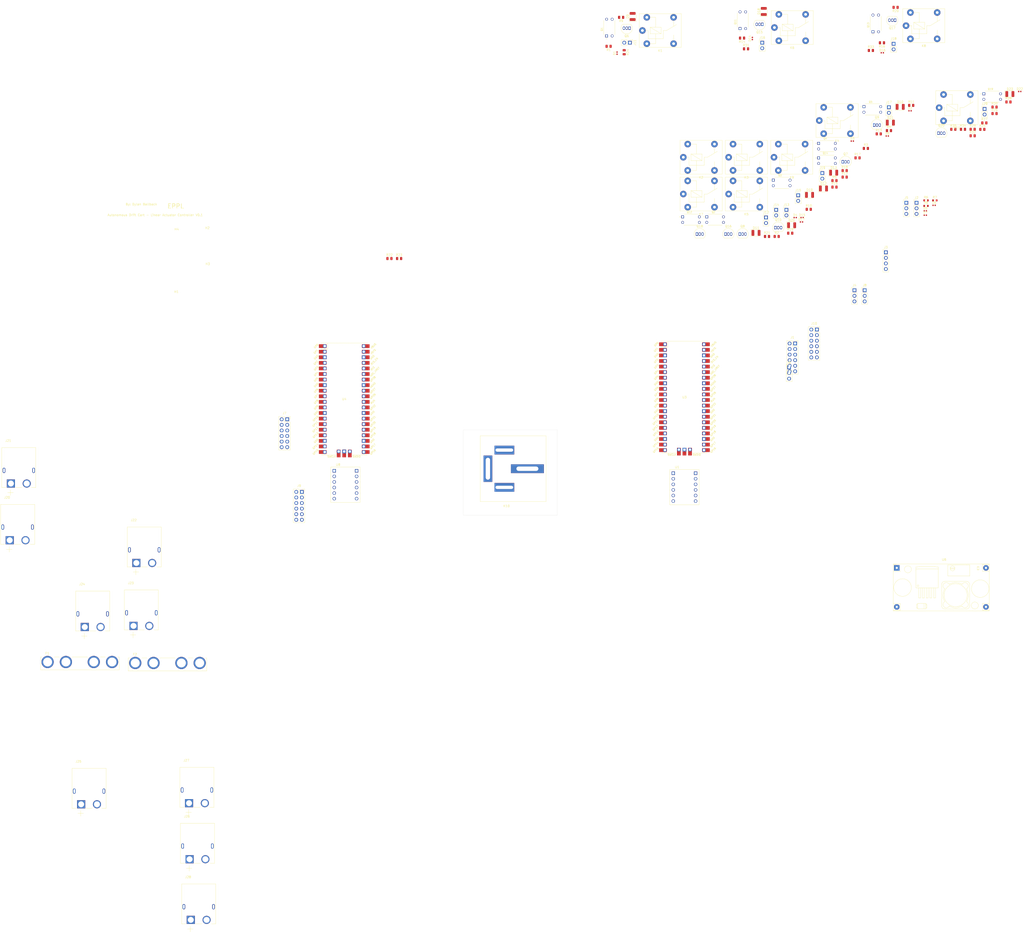
<source format=kicad_pcb>
(kicad_pcb (version 20211014) (generator pcbnew)
  (layers (0 "F.Cu" signal) (31 "B.Cu" signal) (34 "B.Paste" user) (35 "F.Paste" user) (36 "B.SilkS" user "B.Silkscreen") (37 "F.SilkS" user "F.Silkscreen") (38 "B.Mask" user) (39 "F.Mask" user) (44 "Edge.Cuts" user))
  (net 0 "")
  (net 1 "+5V")
  (net 2 "GND")
  (net 3 "/RC_Auto{slash}RC_RelaySig")
  (net 4 "Net-(D8-Pad2)")
  (net 5 "+12V")
  (net 6 "Net-(D9-Pad1)")
  (net 7 "Net-(D9-Pad2)")
  (net 8 "Net-(D1-Pad2)")
  (net 9 "Net-(D10-Pad1)")
  (net 10 "Net-(D2-Pad2)")
  (net 11 "Net-(D10-Pad2)")
  (net 12 "Net-(D3-Pad2)")
  (net 13 "Net-(D11-Pad1)")
  (net 14 "Net-(D4-Pad2)")
  (net 15 "Net-(D5-Pad2)")
  (net 16 "Net-(D6-Pad2)")
  (net 17 "Net-(D7-Pad2)")
  (net 18 "Net-(D11-Pad2)")
  (net 19 "Net-(D12-Pad1)")
  (net 20 "/RXD")
  (net 21 "/TXD")
  (net 22 "Net-(D12-Pad2)")
  (net 23 "Net-(D13-Pad1)")
  (net 24 "Net-(D13-Pad2)")
  (net 25 "/RC_EStopRelaySig")
  (net 26 "/LED")
  (net 27 "Net-(D14-Pad2)")
  (net 28 "Net-(D15-Pad2)")
  (net 29 "Net-(Q1-Pad1)")
  (net 30 "Net-(Q1-Pad3)")
  (net 31 "Net-(Q2-Pad1)")
  (net 32 "Net-(Q2-Pad3)")
  (net 33 "/RC_WaterCannonSig")
  (net 34 "Net-(D16-Pad2)")
  (net 35 "Net-(D17-Pad2)")
  (net 36 "Net-(D18-Pad1)")
  (net 37 "Net-(D18-Pad2)")
  (net 38 "Net-(D19-Pad1)")
  (net 39 "Net-(D19-Pad2)")
  (net 40 "Net-(D20-Pad1)")
  (net 41 "Net-(D20-Pad2)")
  (net 42 "Net-(D21-Pad1)")
  (net 43 "Net-(D21-Pad2)")
  (net 44 "+3V3")
  (net 45 "/3.3V_TX")
  (net 46 "/3.3V_RX")
  (net 47 "/3.3V_SCL")
  (net 48 "/3.3V_SDA")
  (net 49 "/5V_Tx")
  (net 50 "/5V_Rx")
  (net 51 "/5V_SCL")
  (net 52 "/5V_SDA")
  (net 53 "/FrontServoOut")
  (net 54 "E-Stop +5V")
  (net 55 "/TurretServoOut1")
  (net 56 "/TurretServoOut2")
  (net 57 "/Auto_3.3V_TX")
  (net 58 "/Auto_3.3V_RX")
  (net 59 "/Auto_3.3V_SCL")
  (net 60 "/Auto_3.3V_SDA")
  (net 61 "/Auto_5V_Tx")
  (net 62 "/Auto_5V_Rx")
  (net 63 "/Auto_5V_SCL")
  (net 64 "/Auto_5V_SDA")
  (net 65 "/BackServoOut")
  (net 66 "/FrontMotorOut")
  (net 67 "/BackMotorOut")
  (net 68 "+24V")
  (net 69 "E-Stopped +24V")
  (net 70 "Water Cannon Relay Signal +12V")
  (net 71 "/3.3V_RC_FrontMotorSig")
  (net 72 "/3.3V_AUTO_FrontMotorSig")
  (net 73 "/3.3V_RC_RearMotorSig")
  (net 74 "/3.3V_AUTO_RearMotorSig")
  (net 75 "/Boat Relays/WaterCannonSignal")
  (net 76 "/Auto_WaterCannonSig")
  (net 78 "E-Stop Relay Signal +24V")
  (net 80 "Net-(Q3-Pad1)")
  (net 81 "Net-(Q3-Pad3)")
  (net 82 "Net-(Q4-Pad1)")
  (net 83 "Net-(Q4-Pad3)")
  (net 84 "Net-(Q5-Pad1)")
  (net 85 "Net-(Q5-Pad3)")
  (net 86 "Net-(Q6-Pad2)")
  (net 87 "Net-(Q7-Pad2)")
  (net 88 "Net-(Q8-Pad2)")
  (net 89 "Net-(Q9-Pad2)")
  (net 90 "Net-(Q10-Pad2)")
  (net 91 "Net-(Q11-Pad1)")
  (net 92 "Net-(Q11-Pad3)")
  (net 93 "Net-(Q12-Pad1)")
  (net 94 "Net-(Q12-Pad3)")
  (net 95 "Net-(Q13-Pad1)")
  (net 96 "Net-(Q13-Pad3)")
  (net 97 "Net-(Q14-Pad1)")
  (net 98 "Net-(Q14-Pad3)")
  (net 99 "Net-(Q15-Pad2)")
  (net 100 "Net-(Q16-Pad2)")
  (net 101 "Net-(Q17-Pad2)")
  (net 102 "Net-(Q18-Pad2)")
  (net 103 "/Battery_Voltage_ADC")
  (net 104 "/3.3V_RC_FrontServoSig")
  (net 105 "/3.3V_RC_BackServoSig")
  (net 106 "/3.3V_RC_WCServo1Sig")
  (net 107 "/3.3V_RC_WCServo2Sig")
  (net 131 "/3.3V_AUTO_WCServo1Sig")
  (net 132 "/3.3V_AUTO_WCServo2Sig")
  (net 139 "/3.3V_AUTO_FrontServoSig")
  (net 140 "/3.3V_AUTO_BackServoSig")
  (net 154 "Net-(F1-Pad1_1)")
  (net 155 "Net-(F2-Pad1_1)")
  (net 156 "Net-(D22-Pad2)")
  (net 157 "Net-(D23-Pad1)")
  (net 158 "Net-(D23-Pad2)")
  (net 160 "Net-(Q19-Pad1)")
  (net 161 "Net-(Q19-Pad3)")
  (net 162 "Net-(Q20-Pad2)")
  (footprint "Connector_PinHeader_2.54mm:PinHeader_1x02_P2.54mm_Vertical" (layer "F.Cu") (at 256.405 -18.61)
    (fp_text reference "J13")
    (fp_text value "~")
  )
  (footprint "dylan:DIP762W50P254L650H458Q4B" (layer "F.Cu") (at 350.15 -70.23)
    (fp_text reference "Q19")
    (fp_text value "~")
  )
  (footprint "dylan:DIP762W50P254L650H458Q4B" (layer "F.Cu") (at 212.94 -14.13)
    (fp_text reference "Q12")
    (fp_text value "~")
  )
  (footprint "Diode_SMD:D_1210_3225Metric" (layer "F.Cu") (at 258.785 -11.59)
    (fp_text reference "D20")
    (fp_text value "~")
  )
  (footprint "LED_SMD:LED_0402_1005Metric" (layer "F.Cu") (at 300.115 -90.2)
    (fp_text reference "D16")
    (fp_text value "LED2")
  )
  (footprint "Connector_PinSocket_2.54mm:PinSocket_2x06_P2.54mm_Vertical" (layer "F.Cu") (at 270.285 35.96)
    (fp_text reference "J10")
    (fp_text value "BackMotorOutput")
  )
  (footprint "LED_SMD:LED_0402_1005Metric" (layer "F.Cu") (at 302.37 -52.26)
    (fp_text reference "D8")
    (fp_text value "LED2")
  )
  (footprint "Connector_PinSocket_2.54mm:PinSocket_2x06_P2.54mm_Vertical" (layer "F.Cu") (at 28.99 76.875)
    (fp_text reference "J7")
    (fp_text value "Auto_PICO_Power/Coms")
  )
  (footprint "Relay_THT:Relay_SPDT_Finder_36.11" (layer "F.Cu") (at 250.735 -42.57)
    (fp_text reference "K9")
    (fp_text value "~")
  )
  (footprint "Connector_PinHeader_2.54mm:PinHeader_1x02_P2.54mm_Vertical" (layer "F.Cu") (at 346.695 -64.59)
    (fp_text reference "J29")
    (fp_text value "~")
  )
  (footprint "LED_SMD:LED_0402_1005Metric" (layer "F.Cu") (at 362.7 -72.55)
    (fp_text reference "D22")
    (fp_text value "LED2")
  )
  (footprint "Resistor_SMD:R_0805_2012Metric" (layer "F.Cu") (at 181.1 -106.35 180)
    (fp_text reference "R9")
    (fp_text value "1K")
  )
  (footprint "dylan:AMASS_XT60PW-M" (layer "F.Cu") (at -93.85 126)
    (fp_text reference "J20")
    (fp_text value "24V IN")
  )
  (footprint "Connector_PinHeader_2.54mm:PinHeader_1x02_P2.54mm_Vertical" (layer "F.Cu") (at 251.755 -18.61)
    (fp_text reference "J14")
    (fp_text value "~")
  )
  (footprint "Resistor_SMD:R_0603_1608Metric" (layer "F.Cu") (at 320.015 -22.91)
    (fp_text reference "R6")
    (fp_text value "300")
  )
  (footprint "LED_SMD:LED_0402_1005Metric" (layer "F.Cu") (at 319.7 -18.15)
    (fp_text reference "D5")
    (fp_text value "LED")
  )
  (footprint "dylan:DIP762W50P254L650H458Q4B" (layer "F.Cu") (at 295.54 -64.38)
    (fp_text reference "Q5")
    (fp_text value "~")
  )
  (footprint "LED_SMD:LED_0402_1005Metric" (layer "F.Cu") (at 323.71 -20.66)
    (fp_text reference "D6")
    (fp_text value "LED")
  )
  (footprint "dylan:DIP762W50P254L650H458Q4B" (layer "F.Cu") (at 223.93 -14.13)
    (fp_text reference "Q2")
    (fp_text value "~")
  )
  (footprint "dylan:FUSE_3555-2" (layer "F.Cu") (at -65.5 187.505)
    (fp_text reference "F1")
    (fp_text value "3555-2")
  )
  (footprint "dylan:RPi_Pico_SMD_TH" (layer "F.Cu") (at 54.95 67.655)
    (fp_text reference "U4")
    (fp_text value "Autonomous Pico")
  )
  (footprint "Package_TO_SOT_THT:TO-92_Inline" (layer "F.Cu") (at 215.655 -7.56)
    (fp_text reference "Q18")
    (fp_text value "~")
  )
  (footprint "dylan:DCDC_StepDown_LM2596" (layer "F.Cu") (at 306.68 144.61)
    (fp_text reference "U6")
    (fp_text value "12V TO 5V LM2596 (3A)")
  )
  (footprint "dylan:AMASS_XT60PW-M" (layer "F.Cu") (at -11.9 271.4)
    (fp_text reference "J26")
    (fp_text value "12V OUT Xavier")
  )
  (footprint "Diode_SMD:D_1210_3225Metric" (layer "F.Cu") (at 303.765 -58.35)
    (fp_text reference "D21")
    (fp_text value "~")
  )
  (footprint "Relay_THT:Relay_SPDT_Finder_36.11" (layer "F.Cu") (at 310.9 -102.55)
    (fp_text reference "K8")
    (fp_text value "~")
  )
  (footprint "LED_SMD:LED_0402_1005Metric" (layer "F.Cu") (at 260.42 -15.08)
    (fp_text reference "D4")
    (fp_text value "LED2")
  )
  (footprint "Connector_PinHeader_2.54mm:PinHeader_1x02_P2.54mm_Vertical" (layer "F.Cu") (at 185.075 -94.8 -90)
    (fp_text reference "J11")
    (fp_text value "~")
  )
  (footprint "Connector_PinSocket_2.54mm:PinSocket_2x06_P2.54mm_Vertical" (layer "F.Cu") (at 35.65 109.97)
    (fp_text reference "J9")
    (fp_text value "FrontMotorOutput")
  )
  (footprint "Resistor_SMD:R_0805_2012Metric" (layer "F.Cu") (at 341.255 -55.32)
    (fp_text reference "R29")
    (fp_text value "100K")
  )
  (footprint "LED_SMD:LED_0402_1005Metric" (layer "F.Cu") (at 263.56 -15.08)
    (fp_text reference "D15")
    (fp_text value "LED2")
  )
  (footprint "Connector_PinHeader_2.54mm:PinHeader_1x03_P2.54mm_Vertical" (layer "F.Cu") (at 292.055 18.06)
    (fp_text reference "J8")
    (fp_text value "BackServoOutput")
  )
  (footprint "Resistor_SMD:R_0805_2012Metric" (layer "F.Cu") (at 346.575 -58.24)
    (fp_text reference "R27")
    (fp_text value "100K")
  )
  (footprint "dylan:AMASS_XT60PW-M" (layer "F.Cu") (at -93.3 100.15)
    (fp_text reference "J21")
    (fp_text value "24V IN")
  )
  (footprint "dylan:AMASS_XT60PW-M" (layer "F.Cu") (at -59.65 165.55)
    (fp_text reference "J24")
    (fp_text value "24V Out To DC-DC Converter ")
  )
  (footprint "Connector_PinHeader_2.54mm:PinHeader_1x02_P2.54mm_Vertical" (layer "F.Cu") (at 303.075 -65.37)
    (fp_text reference "J17")
    (fp_text value "~")
  )
  (footprint "LED_SMD:LED_0402_1005Metric" (layer "F.Cu") (at 240.9 -96.7175 90)
    (fp_text reference "D14")
    (fp_text value "LED2")
  )
  (footprint "dylan:AMASS_XT60PW-M" (layer "F.Cu") (at -36.15 136.36575)
    (fp_text reference "J22")
    (fp_text value "24V Out")
  )
  (footprint "Resistor_SMD:R_0805_2012Metric" (layer "F.Cu") (at 351.225 -62.49)
    (fp_text reference "R26")
    (fp_text value "100K")
  )
  (footprint "Package_TO_SOT_THT:TO-92_Inline" (layer "F.Cu") (at 184.92 -101.41 180)
    (fp_text reference "Q6")
    (fp_text value "~")
  )
  (footprint "Package_TO_SOT_THT:TO-92_Inline" (layer "F.Cu") (at 296.395 -57.24)
    (fp_text reference "Q9")
    (fp_text value "~")
  )
  (footprint "Resistor_SMD:R_0805_2012Metric" (layer "F.Cu") (at 236.2 -96.9 180)
    (fp_text reference "R14")
    (fp_text value "1K")
  )
  (footprint "dylan:DIP762W50P254L650H458Q4B" (layer "F.Cu") (at 175.75 -101.6825 90)
    (fp_text reference "Q1")
    (fp_text value "~")
  )
  (footprint "Connector_PinHeader_2.54mm:PinHeader_1x02_P2.54mm_Vertical" (layer "F.Cu") (at 247.105 -15.12)
    (fp_text reference "J12")
    (fp_text value "~")
  )
  (footprint "Resistor_SMD:R_0805_2012Metric" (layer "F.Cu") (at 247.565 -6.47)
    (fp_text reference "R21")
    (fp_text value "1K")
  )
  (footprint "Connector_PinHeader_2.54mm:PinHeader_1x02_P2.54mm_Vertical" (layer "F.Cu") (at 245.4 -94.8)
    (fp_text reference "J16")
    (fp_text value "~")
  )
  (footprint "dylan:JD2912-1H-24VDC 80A 28VDC" (layer "F.Cu") (at 116.9 114.4)
    (fp_text reference "K10")
    (fp_text value "24V 80A E-Stop Relay")
  )
  (footprint "Resistor_SMD:R_0805_2012Metric" (layer "F.Cu") (at 282.945 -33.53)
    (fp_text reference "R12")
    (fp_text value "1K")
  )
  (footprint "Resistor_SMD:R_0805_2012Metric" (layer "F.Cu") (at 175.4 -93.15 180)
    (fp_text reference "R1")
    (fp_text value "1K")
  )
  (footprint "Resistor_SMD:R_0805_2012Metric" (layer "F.Cu") (at 298.475 -53.23)
    (fp_text reference "R13")
    (fp_text value "1K")
  )
  (footprint "Relay_THT:Relay_SPDT_Finder_36.11" (layer "F.Cu") (at 230.085 -25.82)
    (fp_text reference "K5")
    (fp_text value "~")
  )
  (footprint "Diode_SMD:D_1210_3225Metric" (layer "F.Cu") (at 266.945 -25.42)
    (fp_text reference "D19")
    (fp_text value "~")
  )
  (footprint "Resistor_SMD:R_0805_2012Metric" (layer "F.Cu") (at 282.945 -36.48)
    (fp_text reference "R18")
    (fp_text value "1K")
  )
  (footprint "Resistor_SMD:R_0805_2012Metric" (layer "F.Cu") (at 357.565 -67.78)
    (fp_text reference "R28")
    (fp_text value "100K")
  )
  (footprint "Resistor_SMD:R_0805_2012Metric" (layer "F.Cu") (at 258.145 -7.97)
    (fp_text reference "R19")
    (fp_text value "1K")
  )
  (footprint "Relay_THT:Relay_SPDT_Finder_36.11" (layer "F.Cu") (at 209.435 -42.57)
    (fp_text reference "K2")
    (fp_text value "~")
  )
  (footprint "Resistor_SMD:R_0603_1608Metric" (layer "F.Cu") (at 324.025 -22.91)
    (fp_text reference "R7")
    (fp_text value "300")
  )
  (footprint "Diode_SMD:D_1210_3225Metric" (layer "F.Cu") (at 273.285 -28.34)
    (fp_text reference "D12")
    (fp_text value "~")
  )
  (footprint "dylan:CONV_BOB-12009" (layer "F.Cu") (at 209.95 107.8)
    (fp_text reference "U1")
    (fp_text value "Level Shifter")
  )
  (footprint "Package_TO_SOT_THT:TO-92_Inline" (layer "F.Cu") (at 251.415 -10.48)
    (fp_text reference "Q10")
    (fp_text value "~")
  )
  (footprint "Resistor_SMD:R_0805_2012Metric" (layer "F.Cu") (at 266.585 -18.85)
    (fp_text reference "R10")
    (fp_text value "1K")
  )
  (footprint "LED_SMD:LED_0402_1005Metric" (layer "F.Cu") (at 286.44 -49.95)
    (fp_text reference "D3")
    (fp_text value "LED2")
  )
  (footprint "Diode_SMD:D_1210_3225Metric" (layer "F.Cu") (at 246.1 -109.05 90)
    (fp_text reference "D18")
    (fp_text value "~")
  )
  (footprint "Relay_THT:Relay_SPDT_Finder_36.11" (layer "F.Cu") (at 190.8 -100.35)
    (fp_text reference "K1")
    (fp_text value "~")
  )
  (footprint "Resistor_SMD:R_0805_2012Metric" (layer "F.Cu") (at 336.845 -55.32)
    (fp_text reference "R34")
    (fp_text value "1K")
  )
  (footprint "Relay_THT:Relay_SPDT_Finder_36.11" (layer "F.Cu") (at 209.435 -25.82)
    (fp_text reference "K7")
    (fp_text value "~")
  )
  (footprint "MountingHole:MountingHole_5.3mm_M5" (layer "F.Cu") (at -7.4 -4.05)
    (fp_text reference "H2")
    (fp_text value "MountingHole")
  )
  (footprint "Connector_PinHeader_2.54mm:PinHeader_1x03_P2.54mm_Vertical" (layer "F.Cu") (at 315.685 -21.84)
    (fp_text reference "J2")
    (fp_text value "FrontServoOutput")
  )
  (footprint "Resistor_SMD:R_0805_2012Metric" (layer "F.Cu") (at 288.815 -42.31)
    (fp_text reference "R17")
    (fp_text value "1K")
  )
  (footprint "dylan:RPi_Pico_SMD_TH" (layer "F.Cu") (at 209.95 66.805)
    (fp_text reference "U3")
    (fp_text value "RC Pico")
  )
  (footprint "Resistor_SMD:R_0603_1608Metric" (layer "F.Cu") (at 320.015 -20.4)
    (fp_text reference "R8")
    (fp_text value "300")
  )
  (footprint "Connector_PinHeader_2.54mm:PinHeader_1x03_P2.54mm_Vertical" (layer "F.Cu") (at 257.645 53.26)
    (fp_text reference "J6")
    (fp_text value "TurretServoOutput_2")
  )
  (footprint "MountingHole:MountingHole_5.3mm_M5" (layer "F.Cu") (at -21.4 -3.45)
    (fp_text reference "H4")
    (fp_text value "MountingHole")
  )
  (footprint "Resistor_SMD:R_0805_2012Metric" (layer "F.Cu") (at 299.9375 -94.75 180)
    (fp_text reference "R16")
    (fp_text value "1K")
  )
  (footprint "Connector_PinHeader_2.54mm:PinHeader_1x02_P2.54mm_Vertical" (layer "F.Cu") (at 305.25 -94.3)
    (fp_text reference "J18")
    (fp_text value "~")
  )
  (footprint "Relay_THT:Relay_SPDT_Finder_36.11" (layer "F.Cu") (at 230.085 -42.57)
    (fp_text reference "K3")
    (fp_text value "~")
  )
  (footprint "Connector_PinHeader_2.54mm:PinHeader_1x04_P2.54mm_Vertical" (layer "F.Cu") (at 301.705 0.76)
    (fp_text reference "J3")
    (fp_text value "RC Reciever ")
  )
  (footprint "Diode_SMD:D_1210_3225Metric" (layer "F.Cu") (at 308.245 -65.55)
    (fp_text reference "D10")
    (fp_text value "~")
  )
  (footprint "Diode_SMD:D_1210_3225Metric" (layer "F.Cu") (at 277.935 -35.54)
    (fp_text reference "D13")
    (fp_text value "~")
  )
  (footprint "Connector_PinHeader_2.54mm:PinHeader_1x03_P2.54mm_Vertical" (layer "F.Cu") (at 287.405 18.06)
    (fp_text reference "J4")
    (fp_text value "TurretServoOutput_1")
  )
  (footprint "Resistor_SMD:R_0805_2012Metric" (layer "F.Cu") (at 294.8875 -91.25)
    (fp_text reference "R33")
    (fp_text value "100K")
  )
  (footprint "dylan:AMASS_XT60PW-M" (layer "F.Cu") (at -37.45 165.05)
    (fp_text reference "J23")
    (fp_text value "24V Out")
  )
  (footprint "LED_SMD:LED_0402_1005Metric" (layer "F.Cu") (at 319.7 -16.16)
    (fp_text reference "D7")
    (fp_text value "LED")
  )
  (footprint "Resistor_SMD:R_0805_2012Metric" (layer "F.Cu") (at 278.295 -28.97)
    (fp_text reference "R15")
    (fp_text value "1K")
  )
  (footprint "Resistor_SMD:R_0805_2012Metric" (layer "F.Cu") (at 306.15 -110.9 180)
    (fp_text reference "R20")
    (fp_text value "1K")
  )
  (footprint "Package_TO_SOT_THT:TO-92_Inline" (layer "F.Cu") (at 282.085 -40.49)
    (fp_text reference "Q7")
    (fp_text value "~")
  )
  (footprint "Resistor_SMD:R_0805_2012Metric" (layer "F.Cu") (at 313.255 -66.22)
    (fp_text reference "R11")
    (fp_text value "1K")
  )
  (footprint "MountingHole:MountingHole_5.3mm_M5" (layer "F.Cu") (at -21.55 12.45 180)
    (fp_text reference "H1")
    (fp_text value "MountingHole")
  )
  (footprint "Diode_SMD:D_1210_3225Metric" (layer "F.Cu") (at 358.205 -71.4)
    (fp_text reference "D23")
    (fp_text value "~")
  )
  (footprint "Connector_PinHeader_2.54mm:PinHeader_1x03_P2.54mm_Vertical" (layer "F.Cu") (at 311.035 -21.84)
    (fp_text reference "J5")
    (fp_text value "LED")
  )
  (footprint "Resistor_SMD:R_0805_2012Metric" (layer "F.Cu") (at 182.5 -90.45 -90)
    (fp_text reference "R24")
    (fp_text value "100K")
  )
  (footprint "Resistor_SMD:R_0805_2012Metric" (layer "F.Cu") (at 79.955 3.59)
    (fp_text reference "R23")
    (fp_text value "15k")
  )
  (footprint "Resistor_SMD:R_0805_2012Metric" (layer "F.Cu") (at 303.125 -54.73)
    (fp_text reference "R4")
    (fp_text value "1K")
  )
  (footprint "Package_TO_SOT_THT:TO-92_Inline" (layer "F.Cu") (at 305.89 -105.05 180)
    (fp_text reference "Q17")
    (fp_text value "~")
  )
  (footprint "Resistor_SMD:R_0805_2012Metric" (layer "F.Cu") (at 278.295 -31.92)
    (fp_text reference "R5")
    (fp_text value "1K")
  )
  (footprint "Resistor_SMD:R_0805_2012Metric" (layer "F.Cu") (at 332.435 -55.32)
    (fp_text reference "R35")
    (fp_text value "1K")
  )
  (footprint "dylan:AMASS_XT60PW-M" (layer "F.Cu") (at -11.35 299.05)
    (fp_text reference "J28")
    (fp_text value "12V OUT WaterPump")
  )
  (footprint "Relay_THT:Relay_SPDT_Finder_36.11" (layer "F.Cu") (at 325.995 -65.17)
    (fp_text reference "K11")
    (fp_text value "~")
  )
  (footprint "Relay_THT:Relay_SPDT_Finder_36.11" (layer "F.Cu") (at 250.95 -101.7)
    (fp_text reference "K6")
    (fp_text value "~")
  )
  (footprint "MountingHole:MountingHole_5.3mm_M5" (layer "F.Cu") (at -7.25 12.35)
    (fp_text reference "H3")
    (fp_text value "MountingHole")
  )
  (footprint "Package_TO_SOT_THT:TO-92_Inline" (layer "F.Cu") (at 325.705 -53.54)
    (fp_text reference "Q20")
    (fp_text value "~")
  )
  (footprint "Resistor_SMD:R_0805_2012Metric" (layer "F.Cu") (at 251.975 -6.47)
    (fp_text reference "R2")
    (fp_text value "1K")
  )
  (footprint "Package_TO_SOT_THT:TO-92_Inline" (layer "F.Cu") (at 245.42 -103.16 180)
    (fp_text reference "Q15")
    (fp_text value "~")
  )
  (footprint "Connector_PinHeader_2.54mm:PinHeader_1x02_P2.54mm_Vertical" (layer "F.Cu") (at 261.775 -25.24)
    (fp_text reference "J15")
    (fp_text value "~")
  )
  (footprint "Diode_SMD:D_1210_3225Metric" (layer "F.Cu") (at 242.555 -8.1)
    (fp_text reference "D11")
    (fp_text value "~")
  )
  (footprint "dylan:DIP762W50P254L650H458Q4B" (layer "F.Cu") (at 254.24 -30.88)
    (fp_text reference "Q3")
    (fp_text value "~")
  )
  (footprint "Diode_SMD:D_1210_3225Metric" (layer "F.Cu") (at 186.35 -106.75 90)
    (fp_text reference "D9")
    (fp_text value "~")
  )
  (footprint "dylan:AMASS_XT60PW-M" (layer "F.Cu") (at -12.15 245.85)
    (fp_text reference "J27")
    (fp_text value "12V OUT Router")
  )
  (footprint "Relay_THT:Relay_SPDT_Finder_36.11" (layer "F.Cu") (at 271.385 -59.32)
    (fp_text reference "K4")
    (fp_text value "~")
  )
  (footprint "LED_SMD:LED_0402_1005Metric" (layer "F.Cu") (at 312.74 -63.75)
    (fp_text reference "D2")
    (fp_text value "LED2")
  )
  (footprint "dylan:DIP762W50P254L650H458Q4B" (layer "F.Cu") (at 274.89 -47.63)
    (fp_text reference "Q4")
    (fp_text value "~")
  )
  (footprint "Connector_PinSocket_2.54mm:PinSocket_2x06_P2.54mm_Vertical" (layer "F.Cu") (at 260.395 42.31)
    (fp_text reference "J1")
    (fp_text value "RC_PICO_Power/Coms")
  )
  (footprint "LED_SMD:LED_0402_1005Metric" (layer "F.Cu") (at 179.25 -90.035 90)
    (fp_text reference "D1")
    (fp_text value "LED2")
  )
  (footprint "LED_SMD:LED_0402_1005Metric" (layer "F.Cu") (at 263.28 -13.09)
    (fp_text reference "D17")
    (fp_text value "LED2")
  )
  (footprint "Resistor_SMD:R_0805_2012Metric" (layer "F.Cu") (at 75.545 3.59)
    (fp_text reference "R22")
    (fp_text value "10k")
  )
  (footprint "Package_TO_SOT_THT:TO-92_Inline" (layer "F.Cu") (at 235.185 -7.56)
    (fp_text reference "Q8")
    (fp_text value "~")
  )
  (footprint "Resistor_SMD:R_0805_2012Metric" (layer "F.Cu") (at 345.665 -55.29)
    (fp_text reference "R25")
    (fp_text value "100K")
  )
  (footprint "Resistor_SMD:R_0805_2012Metric" (layer "F.Cu") (at 238.0125 -92)
    (fp_text reference "R31")
    (fp_text value "100K")
  )
  (footprint "dylan:AMASS_XT60PW-M" (layer "F.Cu") (at -61.3 246.36575)
    (fp_text reference "J25")
    (fp_text value "12V IN")
  )
  (footprint "Connector_PinHeader_2.54mm:PinHeader_1x02_P2.54mm_Vertical" (layer "F.Cu") (at 272.765 -35.36)
    (fp_text reference "J19")
    (fp_text value "~")
  )
  (footprint "dylan:DIP762W50P254L650H458Q4B" (layer "F.Cu") (at 236.55 -105.0325 90)
    (fp_text reference "Q11")
    (fp_text value "~")
  )
  (footprint "Resistor_SMD:R_0805_2012Metric" (layer "F.Cu") (at 341.255 -52.37)
    (fp_text reference "R32")
    (fp_text value "100K")
  )
  (footprint "dylan:DIP762W50P254L650H458Q4B" (layer "F.Cu") (at 297.1 -103.5825 90)
    (fp_text reference "Q13")
    (fp_text value "~")
  )
  (footprint "Resistor_SMD:R_0805_2012Metric" (layer "F.Cu") (at 351.225 -65.44)
    (fp_text reference "R30")
    (fp_text value "100K")
  )
  (footprint "dylan:DIP762W50P254L650H458Q4B" (layer "F.Cu") (at 274.89 -41)
    (fp_text reference "Q14")
    (fp_text value "~")
  )
  (footprint "Package_TO_SOT_THT:TO-92_Inline" (layer "F.Cu") (at 228.675 -7.56)
    (fp_text reference "Q16")
    (fp_text value "~")
  )
  (footprint "Resistor_SMD:R_0805_2012Metric" (layer "F.Cu") (at 292.605 -46.6)
    (fp_text reference "R3")
    (fp_text value "1K")
  )
  (footprint "dylan:FUSE_3555-2" (layer "F.Cu") (at -25.575 187.95)
    (fp_text reference "F2")
    (fp_text value "3555-2")
  )
  (footprint "dylan:CONV_BOB-12009" (layer "F.Cu") (at 55.5 106.7)
    (fp_text reference "U8")
    (fp_text value "Level Shifter")
  )
  (gr_rect (start 109.25 81.65) (end 152.05 120.6) (layer "Edge.Cuts") (width 0.05) (fill none))
  (gr_text "EPPL" (at -21.85 -20.3) (layer "F.SilkS") (effects (font (size 2 2) (thickness 0.25))))
  (gr_text "By: Dylan Ballback" (at -37.5 -21.15) (layer "F.SilkS") (effects (font (size 1 1))))
  (gr_text "Autonomous Drift Cart - Linear Actuator Controller V0.1" (at -31.2 -16.25) (layer "F.SilkS") (effects (font (size 1 1))))
)
</source>
